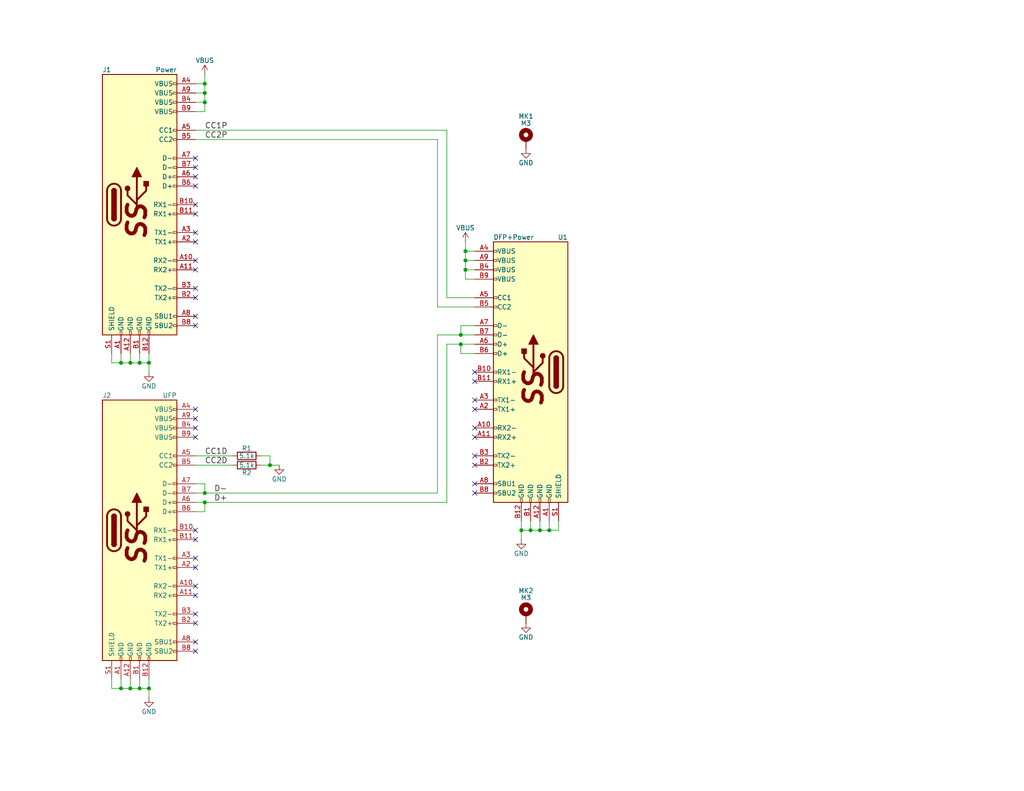
<source format=kicad_sch>
(kicad_sch (version 20250114) (generator "eeschema") (generator_version "9.0")
  (paper "USLetter")
  (title_block (title "PD Buddy Wye") (date "2025-05-31") (rev "v2.0"))
  (lib_symbols
    (symbol "GND_1" (power) (pin_names (offset 0))
      (property "Value" "GND" (at 0 -3.81 0))
      (symbol "GND_1_0_1"
        (polyline (pts (xy 0 0) (xy 0 -1.27) (xy 1.27 -1.27) (xy 0 -2.54) (xy -1.27 -1.27) (xy 0 -1.27)))
      )
      (symbol "GND_1_1_1"
        (pin power_in line (at 0 0 270) (length 0) (hide yes) (name "GND") (number "1"))
      )
    )
    (symbol "GND_10" (power) (pin_names (offset 0))
      (property "Value" "GND" (at 0 -3.81 0))
      (symbol "GND_10_0_1"
        (polyline (pts (xy 0 0) (xy 0 -1.27) (xy 1.27 -1.27) (xy 0 -2.54) (xy -1.27 -1.27) (xy 0 -1.27)))
      )
      (symbol "GND_10_1_1"
        (pin power_in line (at 0 0 270) (length 0) (hide yes) (name "GND") (number "1"))
      )
    )
    (symbol "GND_11" (power) (pin_names (offset 0))
      (property "Value" "GND" (at 0 -3.81 0))
      (symbol "GND_11_0_1"
        (polyline (pts (xy 0 0) (xy 0 -1.27) (xy 1.27 -1.27) (xy 0 -2.54) (xy -1.27 -1.27) (xy 0 -1.27)))
      )
      (symbol "GND_11_1_1"
        (pin power_in line (at 0 0 270) (length 0) (hide yes) (name "GND") (number "1"))
      )
    )
    (symbol "GND_12" (power) (pin_names (offset 0))
      (property "Value" "GND" (at 0 -3.81 0))
      (symbol "GND_12_0_1"
        (polyline (pts (xy 0 0) (xy 0 -1.27) (xy 1.27 -1.27) (xy 0 -2.54) (xy -1.27 -1.27) (xy 0 -1.27)))
      )
      (symbol "GND_12_1_1"
        (pin power_in line (at 0 0 270) (length 0) (hide yes) (name "GND") (number "1"))
      )
    )
    (symbol "GND_2" (power) (pin_names (offset 0))
      (property "Value" "GND" (at 0 -3.81 0))
      (symbol "GND_2_0_1"
        (polyline (pts (xy 0 0) (xy 0 -1.27) (xy 1.27 -1.27) (xy 0 -2.54) (xy -1.27 -1.27) (xy 0 -1.27)))
      )
      (symbol "GND_2_1_1"
        (pin power_in line (at 0 0 270) (length 0) (hide yes) (name "GND") (number "1"))
      )
    )
    (symbol "GND_3" (power) (pin_names (offset 0))
      (property "Value" "GND" (at 0 -3.81 0))
      (symbol "GND_3_0_1"
        (polyline (pts (xy 0 0) (xy 0 -1.27) (xy 1.27 -1.27) (xy 0 -2.54) (xy -1.27 -1.27) (xy 0 -1.27)))
      )
      (symbol "GND_3_1_1"
        (pin power_in line (at 0 0 270) (length 0) (hide yes) (name "GND") (number "1"))
      )
    )
    (symbol "GND_4" (power) (pin_names (offset 0))
      (property "Value" "GND" (at 0 -3.81 0))
      (symbol "GND_4_0_1"
        (polyline (pts (xy 0 0) (xy 0 -1.27) (xy 1.27 -1.27) (xy 0 -2.54) (xy -1.27 -1.27) (xy 0 -1.27)))
      )
      (symbol "GND_4_1_1"
        (pin power_in line (at 0 0 270) (length 0) (hide yes) (name "GND") (number "1"))
      )
    )
    (symbol "GND_5" (power) (pin_names (offset 0))
      (property "Value" "GND" (at 0 -3.81 0))
      (symbol "GND_5_0_1"
        (polyline (pts (xy 0 0) (xy 0 -1.27) (xy 1.27 -1.27) (xy 0 -2.54) (xy -1.27 -1.27) (xy 0 -1.27)))
      )
      (symbol "GND_5_1_1"
        (pin power_in line (at 0 0 270) (length 0) (hide yes) (name "GND") (number "1"))
      )
    )
    (symbol "GND_6" (power) (pin_names (offset 0))
      (property "Value" "GND" (at 0 -3.81 0))
      (symbol "GND_6_0_1"
        (polyline (pts (xy 0 0) (xy 0 -1.27) (xy 1.27 -1.27) (xy 0 -2.54) (xy -1.27 -1.27) (xy 0 -1.27)))
      )
      (symbol "GND_6_1_1"
        (pin power_in line (at 0 0 270) (length 0) (hide yes) (name "GND") (number "1"))
      )
    )
    (symbol "GND_7" (power) (pin_names (offset 0))
      (property "Value" "GND" (at 0 -3.81 0))
      (symbol "GND_7_0_1"
        (polyline (pts (xy 0 0) (xy 0 -1.27) (xy 1.27 -1.27) (xy 0 -2.54) (xy -1.27 -1.27) (xy 0 -1.27)))
      )
      (symbol "GND_7_1_1"
        (pin power_in line (at 0 0 270) (length 0) (hide yes) (name "GND") (number "1"))
      )
    )
    (symbol "GND_8" (power) (pin_names (offset 0))
      (property "Value" "GND" (at 0 -3.81 0))
      (symbol "GND_8_0_1"
        (polyline (pts (xy 0 0) (xy 0 -1.27) (xy 1.27 -1.27) (xy 0 -2.54) (xy -1.27 -1.27) (xy 0 -1.27)))
      )
      (symbol "GND_8_1_1"
        (pin power_in line (at 0 0 270) (length 0) (hide yes) (name "GND") (number "1"))
      )
    )
    (symbol "GND_9" (power) (pin_names (offset 0))
      (property "Value" "GND" (at 0 -3.81 0))
      (symbol "GND_9_0_1"
        (polyline (pts (xy 0 0) (xy 0 -1.27) (xy 1.27 -1.27) (xy 0 -2.54) (xy -1.27 -1.27) (xy 0 -1.27)))
      )
      (symbol "GND_9_1_1"
        (pin power_in line (at 0 0 270) (length 0) (hide yes) (name "GND") (number "1"))
      )
    )
    (symbol "Mounting_Hole_PAD_1" (pin_numbers (hide yes)) (pin_names (offset 1.016) (hide yes))
      (property "Reference" "MK" (at 0 6.35 0))
      (property "Value" "Mounting_Hole_PAD" (at 0 4.445 0))
      (symbol "Mounting_Hole_PAD_1_0_1"
        (circle (center 0 1.27) (radius 1.27) (stroke (width 1.27)))
      )
      (symbol "Mounting_Hole_PAD_1_1_1"
        (pin input line (at 0 -2.54 90) (length 2.54) (name "1") (number "1"))
      )
    )
    (symbol "Mounting_Hole_PAD_2" (pin_numbers (hide yes)) (pin_names (offset 1.016) (hide yes))
      (property "Reference" "MK" (at 0 6.35 0))
      (property "Value" "Mounting_Hole_PAD" (at 0 4.445 0))
      (symbol "Mounting_Hole_PAD_2_0_1"
        (circle (center 0 1.27) (radius 1.27) (stroke (width 1.27)))
      )
      (symbol "Mounting_Hole_PAD_2_1_1"
        (pin input line (at 0 -2.54 90) (length 2.54) (name "1") (number "1"))
      )
    )
    (symbol "Mounting_Hole_PAD_3" (pin_numbers (hide yes)) (pin_names (offset 1.016) (hide yes))
      (property "Reference" "MK" (at 0 6.35 0))
      (property "Value" "Mounting_Hole_PAD" (at 0 4.445 0))
      (symbol "Mounting_Hole_PAD_3_0_1"
        (circle (center 0 1.27) (radius 1.27) (stroke (width 1.27)))
      )
      (symbol "Mounting_Hole_PAD_3_1_1"
        (pin input line (at 0 -2.54 90) (length 2.54) (name "1") (number "1"))
      )
    )
    (symbol "Mounting_Hole_PAD_4" (pin_numbers (hide yes)) (pin_names (offset 1.016) (hide yes))
      (property "Reference" "MK" (at 0 6.35 0))
      (property "Value" "Mounting_Hole_PAD" (at 0 4.445 0))
      (symbol "Mounting_Hole_PAD_4_0_1"
        (circle (center 0 1.27) (radius 1.27) (stroke (width 1.27)))
      )
      (symbol "Mounting_Hole_PAD_4_1_1"
        (pin input line (at 0 -2.54 90) (length 2.54) (name "1") (number "1"))
      )
    )
    (symbol "R_1" (pin_numbers (hide yes)) (pin_names (offset 0))
      (property "Reference" "R" (at 2.032 0 90))
      (property "Value" "R" (at 0 0 90))
      (symbol "R_1_0_1"
        (rectangle (start -1.016 -2.54) (end 1.016 2.54) (stroke (width 0.254)))
      )
      (symbol "R_1_1_1"
        (pin passive line (at 0 3.81 270) (length 1.27) (name "~") (number "1"))
        (pin passive line (at 0 -3.81 90) (length 1.27) (name "~") (number "2"))
      )
    )
    (symbol "R_2" (pin_numbers (hide yes)) (pin_names (offset 0))
      (property "Reference" "R" (at 2.032 0 90))
      (property "Value" "R" (at 0 0 90))
      (symbol "R_2_0_1"
        (rectangle (start -1.016 -2.54) (end 1.016 2.54) (stroke (width 0.254)))
      )
      (symbol "R_2_1_1"
        (pin passive line (at 0 3.81 270) (length 1.27) (name "~") (number "1"))
        (pin passive line (at 0 -3.81 90) (length 1.27) (name "~") (number "2"))
      )
    )
    (symbol "R_3" (pin_numbers (hide yes)) (pin_names (offset 0))
      (property "Reference" "R" (at 2.032 0 90))
      (property "Value" "R" (at 0 0 90))
      (symbol "R_3_0_1"
        (rectangle (start -1.016 -2.54) (end 1.016 2.54) (stroke (width 0.254)))
      )
      (symbol "R_3_1_1"
        (pin passive line (at 0 3.81 270) (length 1.27) (name "~") (number "1"))
        (pin passive line (at 0 -3.81 90) (length 1.27) (name "~") (number "2"))
      )
    )
    (symbol "R_4" (pin_numbers (hide yes)) (pin_names (offset 0))
      (property "Reference" "R" (at 2.032 0 90))
      (property "Value" "R" (at 0 0 90))
      (symbol "R_4_0_1"
        (rectangle (start -1.016 -2.54) (end 1.016 2.54) (stroke (width 0.254)))
      )
      (symbol "R_4_1_1"
        (pin passive line (at 0 3.81 270) (length 1.27) (name "~") (number "1"))
        (pin passive line (at 0 -3.81 90) (length 1.27) (name "~") (number "2"))
      )
    )
    (symbol "USB_C_Plug_1" (pin_names (offset 1.016))
      (property "Reference" "P" (at -10.16 36.83 0))
      (property "Value" "USB_C_Plug" (at 10.16 36.83 0))
      (symbol "USB_C_Plug_1_0_0"
        (rectangle (start -5.334 -35.56) (end -4.826 -34.544))
        (rectangle (start -2.794 -35.56) (end -2.286 -34.544))
        (rectangle (start -0.254 -35.56) (end 0.254 -34.544))
        (rectangle (start 2.286 -35.56) (end 2.794 -34.544))
        (rectangle (start 10.16 33.274) (end 9.144 32.766))
        (rectangle (start 10.16 30.734) (end 9.144 30.226))
        (rectangle (start 10.16 28.194) (end 9.144 27.686))
        (rectangle (start 10.16 25.654) (end 9.144 25.146))
        (rectangle (start 10.16 20.574) (end 9.144 20.066))
        (rectangle (start 10.16 18.034) (end 9.144 17.526))
        (rectangle (start 10.16 12.954) (end 9.144 12.446))
        (rectangle (start 10.16 7.874) (end 9.144 7.366))
        (rectangle (start 10.16 0.254) (end 9.144 -0.254))
        (rectangle (start 10.16 -2.286) (end 9.144 -2.794))
        (rectangle (start 10.16 -7.366) (end 9.144 -7.874))
        (rectangle (start 10.16 -9.906) (end 9.144 -10.414))
        (rectangle (start 10.16 -14.986) (end 9.144 -15.494))
        (rectangle (start 10.16 -17.526) (end 9.144 -18.034))
        (rectangle (start 10.16 -22.606) (end 9.144 -23.114))
        (rectangle (start 10.16 -25.146) (end 9.144 -25.654))
        (rectangle (start 10.16 -30.226) (end 9.144 -30.734))
        (rectangle (start 10.16 -32.766) (end 9.144 -33.274))
        (text "SS" (at -0.762 -4.445 900) (effects (font (size 5.08 5.08) (bold yes) (italic yes))))
      )
      (symbol "USB_C_Plug_1_0_1"
        (rectangle (start -10.16 35.56) (end 10.16 -35.56) (stroke (width 0.254)) (fill (type background)))
        (polyline (pts (xy -8.89 -3.81) (xy -8.89 3.81)) (stroke (width 0.508)))
        (rectangle (start -7.62 -3.81) (end -6.35 3.81) (stroke (width 0.254)) (fill (type outline)))
        (arc (start -8.89 3.81) (mid -6.985 5.715) (end -5.08 3.81) (stroke (width 0.508)))
        (arc (start -7.62 3.81) (mid -6.985 4.445) (end -6.35 3.81) (stroke (width 0.254)))
        (arc (start -7.62 3.81) (mid -6.985 4.445) (end -6.35 3.81) (stroke (width 0.254)) (fill (type outline)))
        (arc (start -6.35 -3.81) (mid -6.985 -4.445) (end -7.62 -3.81) (stroke (width 0.254)))
        (arc (start -6.35 -3.81) (mid -6.985 -4.445) (end -7.62 -3.81) (stroke (width 0.254)) (fill (type outline)))
        (arc (start -5.08 -3.81) (mid -6.985 -5.715) (end -8.89 -3.81) (stroke (width 0.508)))
        (polyline (pts (xy -5.08 3.81) (xy -5.08 -3.81)) (stroke (width 0.508)))
        (circle (center -3.302 4.445) (radius 0.635) (stroke (width 0.254)) (fill (type outline)))
        (polyline (pts (xy -2.032 7.62) (xy -0.762 10.16) (xy 0.508 7.62) (xy -2.032 7.62)) (stroke (width 0.254)) (fill (type outline)))
        (polyline (pts (xy -0.762 1.27) (xy 1.778 3.81) (xy 1.778 5.08)) (stroke (width 0.508)))
        (polyline (pts (xy -0.762 0) (xy -3.302 2.54) (xy -3.302 3.81)) (stroke (width 0.508)))
        (polyline (pts (xy -0.762 -1.27) (xy -0.762 7.62)) (stroke (width 0.508)))
        (rectangle (start 1.143 5.08) (end 2.413 6.35) (stroke (width 0.254)) (fill (type outline)))
      )
      (symbol "USB_C_Plug_1_1_1"
        (pin passive line (at -7.62 -40.64 90) (length 5.08) (name "SHIELD") (number "S1"))
        (pin power_in line (at -5.08 -40.64 90) (length 5.08) (name "GND") (number "A1"))
        (pin power_in line (at -2.54 -40.64 90) (length 5.08) (name "GND") (number "A12"))
        (pin power_in line (at 0 -40.64 90) (length 5.08) (name "GND") (number "B1"))
        (pin power_in line (at 2.54 -40.64 90) (length 5.08) (name "GND") (number "B12"))
        (pin power_in line (at 15.24 33.02 180) (length 5.08) (name "VBUS") (number "A4"))
        (pin power_in line (at 15.24 30.48 180) (length 5.08) (name "VBUS") (number "A9"))
        (pin power_in line (at 15.24 27.94 180) (length 5.08) (name "VBUS") (number "B4"))
        (pin power_in line (at 15.24 25.4 180) (length 5.08) (name "VBUS") (number "B9"))
        (pin bidirectional line (at 15.24 20.32 180) (length 5.08) (name "CC") (number "A5"))
        (pin bidirectional line (at 15.24 17.78 180) (length 5.08) (name "VCONN") (number "B5"))
        (pin bidirectional line (at 15.24 12.7 180) (length 5.08) (name "D-") (number "A7"))
        (pin bidirectional line (at 15.24 7.62 180) (length 5.08) (name "D+") (number "A6"))
        (pin bidirectional line (at 15.24 0 180) (length 5.08) (name "RX1-") (number "B10"))
        (pin bidirectional line (at 15.24 -2.54 180) (length 5.08) (name "RX1+") (number "B11"))
        (pin bidirectional line (at 15.24 -7.62 180) (length 5.08) (name "TX1-") (number "A3"))
        (pin bidirectional line (at 15.24 -10.16 180) (length 5.08) (name "TX1+") (number "A2"))
        (pin bidirectional line (at 15.24 -15.24 180) (length 5.08) (name "RX2-") (number "A10"))
        (pin bidirectional line (at 15.24 -17.78 180) (length 5.08) (name "RX2+") (number "A11"))
        (pin bidirectional line (at 15.24 -22.86 180) (length 5.08) (name "TX2-") (number "B3"))
        (pin bidirectional line (at 15.24 -25.4 180) (length 5.08) (name "TX2+") (number "B2"))
        (pin bidirectional line (at 15.24 -30.48 180) (length 5.08) (name "SBU1") (number "A8"))
        (pin bidirectional line (at 15.24 -33.02 180) (length 5.08) (name "SBU2") (number "B8"))
      )
    )
    (symbol "USB_C_Receptacle_1" (pin_names (offset 1.016))
      (property "Reference" "J" (at -10.16 36.83 0))
      (property "Value" "USB_C_Receptacle" (at 10.16 36.83 0))
      (symbol "USB_C_Receptacle_1_0_0"
        (rectangle (start -5.334 -35.56) (end -4.826 -34.544))
        (rectangle (start -2.794 -35.56) (end -2.286 -34.544))
        (rectangle (start -0.254 -35.56) (end 0.254 -34.544))
        (rectangle (start 2.286 -35.56) (end 2.794 -34.544))
        (rectangle (start 10.16 33.274) (end 9.144 32.766))
        (rectangle (start 10.16 30.734) (end 9.144 30.226))
        (rectangle (start 10.16 28.194) (end 9.144 27.686))
        (rectangle (start 10.16 25.654) (end 9.144 25.146))
        (rectangle (start 10.16 20.574) (end 9.144 20.066))
        (rectangle (start 10.16 18.034) (end 9.144 17.526))
        (rectangle (start 10.16 12.954) (end 9.144 12.446))
        (rectangle (start 10.16 10.414) (end 9.144 9.906))
        (rectangle (start 10.16 7.874) (end 9.144 7.366))
        (rectangle (start 10.16 5.334) (end 9.144 4.826))
        (rectangle (start 10.16 0.254) (end 9.144 -0.254))
        (rectangle (start 10.16 -2.286) (end 9.144 -2.794))
        (rectangle (start 10.16 -7.366) (end 9.144 -7.874))
        (rectangle (start 10.16 -9.906) (end 9.144 -10.414))
        (rectangle (start 10.16 -14.986) (end 9.144 -15.494))
        (rectangle (start 10.16 -17.526) (end 9.144 -18.034))
        (rectangle (start 10.16 -22.606) (end 9.144 -23.114))
        (rectangle (start 10.16 -25.146) (end 9.144 -25.654))
        (rectangle (start 10.16 -30.226) (end 9.144 -30.734))
        (rectangle (start 10.16 -32.766) (end 9.144 -33.274))
        (text "SS" (at -0.762 -4.445 900) (effects (font (size 5.08 5.08) (bold yes) (italic yes))))
      )
      (symbol "USB_C_Receptacle_1_0_1"
        (rectangle (start -10.16 35.56) (end 10.16 -35.56) (stroke (width 0.254)) (fill (type background)))
        (polyline (pts (xy -8.89 -3.81) (xy -8.89 3.81)) (stroke (width 0.508)))
        (rectangle (start -7.62 -3.81) (end -6.35 3.81) (stroke (width 0.254)) (fill (type outline)))
        (arc (start -8.89 3.81) (mid -6.985 5.715) (end -5.08 3.81) (stroke (width 0.508)))
        (arc (start -7.62 3.81) (mid -6.985 4.445) (end -6.35 3.81) (stroke (width 0.254)))
        (arc (start -7.62 3.81) (mid -6.985 4.445) (end -6.35 3.81) (stroke (width 0.254)) (fill (type outline)))
        (arc (start -6.35 -3.81) (mid -6.985 -4.445) (end -7.62 -3.81) (stroke (width 0.254)))
        (arc (start -6.35 -3.81) (mid -6.985 -4.445) (end -7.62 -3.81) (stroke (width 0.254)) (fill (type outline)))
        (arc (start -5.08 -3.81) (mid -6.985 -5.715) (end -8.89 -3.81) (stroke (width 0.508)))
        (polyline (pts (xy -5.08 3.81) (xy -5.08 -3.81)) (stroke (width 0.508)))
        (circle (center -3.302 4.445) (radius 0.635) (stroke (width 0.254)) (fill (type outline)))
        (polyline (pts (xy -2.032 7.62) (xy -0.762 10.16) (xy 0.508 7.62) (xy -2.032 7.62)) (stroke (width 0.254)) (fill (type outline)))
        (polyline (pts (xy -0.762 1.27) (xy 1.778 3.81) (xy 1.778 5.08)) (stroke (width 0.508)))
        (polyline (pts (xy -0.762 0) (xy -3.302 2.54) (xy -3.302 3.81)) (stroke (width 0.508)))
        (polyline (pts (xy -0.762 -1.27) (xy -0.762 7.62)) (stroke (width 0.508)))
        (rectangle (start 1.143 5.08) (end 2.413 6.35) (stroke (width 0.254)) (fill (type outline)))
      )
      (symbol "USB_C_Receptacle_1_1_1"
        (pin passive line (at -7.62 -40.64 90) (length 5.08) (name "SHIELD") (number "S1"))
        (pin power_in line (at -5.08 -40.64 90) (length 5.08) (name "GND") (number "A1"))
        (pin power_in line (at -2.54 -40.64 90) (length 5.08) (name "GND") (number "A12"))
        (pin power_in line (at 0 -40.64 90) (length 5.08) (name "GND") (number "B1"))
        (pin power_in line (at 2.54 -40.64 90) (length 5.08) (name "GND") (number "B12"))
        (pin power_in line (at 15.24 33.02 180) (length 5.08) (name "VBUS") (number "A4"))
        (pin power_in line (at 15.24 30.48 180) (length 5.08) (name "VBUS") (number "A9"))
        (pin power_in line (at 15.24 27.94 180) (length 5.08) (name "VBUS") (number "B4"))
        (pin power_in line (at 15.24 25.4 180) (length 5.08) (name "VBUS") (number "B9"))
        (pin bidirectional line (at 15.24 20.32 180) (length 5.08) (name "CC1") (number "A5"))
        (pin bidirectional line (at 15.24 17.78 180) (length 5.08) (name "CC2") (number "B5"))
        (pin bidirectional line (at 15.24 12.7 180) (length 5.08) (name "D-") (number "A7"))
        (pin bidirectional line (at 15.24 10.16 180) (length 5.08) (name "D-") (number "B7"))
        (pin bidirectional line (at 15.24 7.62 180) (length 5.08) (name "D+") (number "A6"))
        (pin bidirectional line (at 15.24 5.08 180) (length 5.08) (name "D+") (number "B6"))
        (pin bidirectional line (at 15.24 0 180) (length 5.08) (name "RX1-") (number "B10"))
        (pin bidirectional line (at 15.24 -2.54 180) (length 5.08) (name "RX1+") (number "B11"))
        (pin bidirectional line (at 15.24 -7.62 180) (length 5.08) (name "TX1-") (number "A3"))
        (pin bidirectional line (at 15.24 -10.16 180) (length 5.08) (name "TX1+") (number "A2"))
        (pin bidirectional line (at 15.24 -15.24 180) (length 5.08) (name "RX2-") (number "A10"))
        (pin bidirectional line (at 15.24 -17.78 180) (length 5.08) (name "RX2+") (number "A11"))
        (pin bidirectional line (at 15.24 -22.86 180) (length 5.08) (name "TX2-") (number "B3"))
        (pin bidirectional line (at 15.24 -25.4 180) (length 5.08) (name "TX2+") (number "B2"))
        (pin bidirectional line (at 15.24 -30.48 180) (length 5.08) (name "SBU1") (number "A8"))
        (pin bidirectional line (at 15.24 -33.02 180) (length 5.08) (name "SBU2") (number "B8"))
      )
    )
    (symbol "USB_C_Receptacle_2" (pin_names (offset 1.016))
      (property "Reference" "J" (at -10.16 36.83 0))
      (property "Value" "USB_C_Receptacle" (at 10.16 36.83 0))
      (symbol "USB_C_Receptacle_2_0_0"
        (rectangle (start -5.334 -35.56) (end -4.826 -34.544))
        (rectangle (start -2.794 -35.56) (end -2.286 -34.544))
        (rectangle (start -0.254 -35.56) (end 0.254 -34.544))
        (rectangle (start 2.286 -35.56) (end 2.794 -34.544))
        (rectangle (start 10.16 33.274) (end 9.144 32.766))
        (rectangle (start 10.16 30.734) (end 9.144 30.226))
        (rectangle (start 10.16 28.194) (end 9.144 27.686))
        (rectangle (start 10.16 25.654) (end 9.144 25.146))
        (rectangle (start 10.16 20.574) (end 9.144 20.066))
        (rectangle (start 10.16 18.034) (end 9.144 17.526))
        (rectangle (start 10.16 12.954) (end 9.144 12.446))
        (rectangle (start 10.16 10.414) (end 9.144 9.906))
        (rectangle (start 10.16 7.874) (end 9.144 7.366))
        (rectangle (start 10.16 5.334) (end 9.144 4.826))
        (rectangle (start 10.16 0.254) (end 9.144 -0.254))
        (rectangle (start 10.16 -2.286) (end 9.144 -2.794))
        (rectangle (start 10.16 -7.366) (end 9.144 -7.874))
        (rectangle (start 10.16 -9.906) (end 9.144 -10.414))
        (rectangle (start 10.16 -14.986) (end 9.144 -15.494))
        (rectangle (start 10.16 -17.526) (end 9.144 -18.034))
        (rectangle (start 10.16 -22.606) (end 9.144 -23.114))
        (rectangle (start 10.16 -25.146) (end 9.144 -25.654))
        (rectangle (start 10.16 -30.226) (end 9.144 -30.734))
        (rectangle (start 10.16 -32.766) (end 9.144 -33.274))
        (text "SS" (at -0.762 -4.445 900) (effects (font (size 5.08 5.08) (bold yes) (italic yes))))
      )
      (symbol "USB_C_Receptacle_2_0_1"
        (rectangle (start -10.16 35.56) (end 10.16 -35.56) (stroke (width 0.254)) (fill (type background)))
        (polyline (pts (xy -8.89 -3.81) (xy -8.89 3.81)) (stroke (width 0.508)))
        (rectangle (start -7.62 -3.81) (end -6.35 3.81) (stroke (width 0.254)) (fill (type outline)))
        (arc (start -8.89 3.81) (mid -6.985 5.715) (end -5.08 3.81) (stroke (width 0.508)))
        (arc (start -7.62 3.81) (mid -6.985 4.445) (end -6.35 3.81) (stroke (width 0.254)))
        (arc (start -7.62 3.81) (mid -6.985 4.445) (end -6.35 3.81) (stroke (width 0.254)) (fill (type outline)))
        (arc (start -6.35 -3.81) (mid -6.985 -4.445) (end -7.62 -3.81) (stroke (width 0.254)))
        (arc (start -6.35 -3.81) (mid -6.985 -4.445) (end -7.62 -3.81) (stroke (width 0.254)) (fill (type outline)))
        (arc (start -5.08 -3.81) (mid -6.985 -5.715) (end -8.89 -3.81) (stroke (width 0.508)))
        (polyline (pts (xy -5.08 3.81) (xy -5.08 -3.81)) (stroke (width 0.508)))
        (circle (center -3.302 4.445) (radius 0.635) (stroke (width 0.254)) (fill (type outline)))
        (polyline (pts (xy -2.032 7.62) (xy -0.762 10.16) (xy 0.508 7.62) (xy -2.032 7.62)) (stroke (width 0.254)) (fill (type outline)))
        (polyline (pts (xy -0.762 1.27) (xy 1.778 3.81) (xy 1.778 5.08)) (stroke (width 0.508)))
        (polyline (pts (xy -0.762 0) (xy -3.302 2.54) (xy -3.302 3.81)) (stroke (width 0.508)))
        (polyline (pts (xy -0.762 -1.27) (xy -0.762 7.62)) (stroke (width 0.508)))
        (rectangle (start 1.143 5.08) (end 2.413 6.35) (stroke (width 0.254)) (fill (type outline)))
      )
      (symbol "USB_C_Receptacle_2_1_1"
        (pin passive line (at -7.62 -40.64 90) (length 5.08) (name "SHIELD") (number "S1"))
        (pin power_in line (at -5.08 -40.64 90) (length 5.08) (name "GND") (number "A1"))
        (pin power_in line (at -2.54 -40.64 90) (length 5.08) (name "GND") (number "A12"))
        (pin power_in line (at 0 -40.64 90) (length 5.08) (name "GND") (number "B1"))
        (pin power_in line (at 2.54 -40.64 90) (length 5.08) (name "GND") (number "B12"))
        (pin power_in line (at 15.24 33.02 180) (length 5.08) (name "VBUS") (number "A4"))
        (pin power_in line (at 15.24 30.48 180) (length 5.08) (name "VBUS") (number "A9"))
        (pin power_in line (at 15.24 27.94 180) (length 5.08) (name "VBUS") (number "B4"))
        (pin power_in line (at 15.24 25.4 180) (length 5.08) (name "VBUS") (number "B9"))
        (pin bidirectional line (at 15.24 20.32 180) (length 5.08) (name "CC1") (number "A5"))
        (pin bidirectional line (at 15.24 17.78 180) (length 5.08) (name "CC2") (number "B5"))
        (pin bidirectional line (at 15.24 12.7 180) (length 5.08) (name "D-") (number "A7"))
        (pin bidirectional line (at 15.24 10.16 180) (length 5.08) (name "D-") (number "B7"))
        (pin bidirectional line (at 15.24 7.62 180) (length 5.08) (name "D+") (number "A6"))
        (pin bidirectional line (at 15.24 5.08 180) (length 5.08) (name "D+") (number "B6"))
        (pin bidirectional line (at 15.24 0 180) (length 5.08) (name "RX1-") (number "B10"))
        (pin bidirectional line (at 15.24 -2.54 180) (length 5.08) (name "RX1+") (number "B11"))
        (pin bidirectional line (at 15.24 -7.62 180) (length 5.08) (name "TX1-") (number "A3"))
        (pin bidirectional line (at 15.24 -10.16 180) (length 5.08) (name "TX1+") (number "A2"))
        (pin bidirectional line (at 15.24 -15.24 180) (length 5.08) (name "RX2-") (number "A10"))
        (pin bidirectional line (at 15.24 -17.78 180) (length 5.08) (name "RX2+") (number "A11"))
        (pin bidirectional line (at 15.24 -22.86 180) (length 5.08) (name "TX2-") (number "B3"))
        (pin bidirectional line (at 15.24 -25.4 180) (length 5.08) (name "TX2+") (number "B2"))
        (pin bidirectional line (at 15.24 -30.48 180) (length 5.08) (name "SBU1") (number "A8"))
        (pin bidirectional line (at 15.24 -33.02 180) (length 5.08) (name "SBU2") (number "B8"))
      )
    )
    (symbol "USB_C_Receptacle_3" (pin_names (offset 1.016))
      (property "Reference" "J" (at -10.16 36.83 0))
      (property "Value" "USB_C_Receptacle" (at 10.16 36.83 0))
      (symbol "USB_C_Receptacle_3_0_0"
        (rectangle (start -5.334 -35.56) (end -4.826 -34.544))
        (rectangle (start -2.794 -35.56) (end -2.286 -34.544))
        (rectangle (start -0.254 -35.56) (end 0.254 -34.544))
        (rectangle (start 2.286 -35.56) (end 2.794 -34.544))
        (rectangle (start 10.16 33.274) (end 9.144 32.766))
        (rectangle (start 10.16 30.734) (end 9.144 30.226))
        (rectangle (start 10.16 28.194) (end 9.144 27.686))
        (rectangle (start 10.16 25.654) (end 9.144 25.146))
        (rectangle (start 10.16 20.574) (end 9.144 20.066))
        (rectangle (start 10.16 18.034) (end 9.144 17.526))
        (rectangle (start 10.16 12.954) (end 9.144 12.446))
        (rectangle (start 10.16 10.414) (end 9.144 9.906))
        (rectangle (start 10.16 7.874) (end 9.144 7.366))
        (rectangle (start 10.16 5.334) (end 9.144 4.826))
        (rectangle (start 10.16 0.254) (end 9.144 -0.254))
        (rectangle (start 10.16 -2.286) (end 9.144 -2.794))
        (rectangle (start 10.16 -7.366) (end 9.144 -7.874))
        (rectangle (start 10.16 -9.906) (end 9.144 -10.414))
        (rectangle (start 10.16 -14.986) (end 9.144 -15.494))
        (rectangle (start 10.16 -17.526) (end 9.144 -18.034))
        (rectangle (start 10.16 -22.606) (end 9.144 -23.114))
        (rectangle (start 10.16 -25.146) (end 9.144 -25.654))
        (rectangle (start 10.16 -30.226) (end 9.144 -30.734))
        (rectangle (start 10.16 -32.766) (end 9.144 -33.274))
        (text "SS" (at -0.762 -4.445 900) (effects (font (size 5.08 5.08) (bold yes) (italic yes))))
      )
      (symbol "USB_C_Receptacle_3_0_1"
        (rectangle (start -10.16 35.56) (end 10.16 -35.56) (stroke (width 0.254)) (fill (type background)))
        (polyline (pts (xy -8.89 -3.81) (xy -8.89 3.81)) (stroke (width 0.508)))
        (rectangle (start -7.62 -3.81) (end -6.35 3.81) (stroke (width 0.254)) (fill (type outline)))
        (arc (start -8.89 3.81) (mid -6.985 5.715) (end -5.08 3.81) (stroke (width 0.508)))
        (arc (start -7.62 3.81) (mid -6.985 4.445) (end -6.35 3.81) (stroke (width 0.254)))
        (arc (start -7.62 3.81) (mid -6.985 4.445) (end -6.35 3.81) (stroke (width 0.254)) (fill (type outline)))
        (arc (start -6.35 -3.81) (mid -6.985 -4.445) (end -7.62 -3.81) (stroke (width 0.254)))
        (arc (start -6.35 -3.81) (mid -6.985 -4.445) (end -7.62 -3.81) (stroke (width 0.254)) (fill (type outline)))
        (arc (start -5.08 -3.81) (mid -6.985 -5.715) (end -8.89 -3.81) (stroke (width 0.508)))
        (polyline (pts (xy -5.08 3.81) (xy -5.08 -3.81)) (stroke (width 0.508)))
        (circle (center -3.302 4.445) (radius 0.635) (stroke (width 0.254)) (fill (type outline)))
        (polyline (pts (xy -2.032 7.62) (xy -0.762 10.16) (xy 0.508 7.62) (xy -2.032 7.62)) (stroke (width 0.254)) (fill (type outline)))
        (polyline (pts (xy -0.762 1.27) (xy 1.778 3.81) (xy 1.778 5.08)) (stroke (width 0.508)))
        (polyline (pts (xy -0.762 0) (xy -3.302 2.54) (xy -3.302 3.81)) (stroke (width 0.508)))
        (polyline (pts (xy -0.762 -1.27) (xy -0.762 7.62)) (stroke (width 0.508)))
        (rectangle (start 1.143 5.08) (end 2.413 6.35) (stroke (width 0.254)) (fill (type outline)))
      )
      (symbol "USB_C_Receptacle_3_1_1"
        (pin passive line (at -7.62 -40.64 90) (length 5.08) (name "SHIELD") (number "S1"))
        (pin power_in line (at -5.08 -40.64 90) (length 5.08) (name "GND") (number "A1"))
        (pin power_in line (at -2.54 -40.64 90) (length 5.08) (name "GND") (number "A12"))
        (pin power_in line (at 0 -40.64 90) (length 5.08) (name "GND") (number "B1"))
        (pin power_in line (at 2.54 -40.64 90) (length 5.08) (name "GND") (number "B12"))
        (pin power_in line (at 15.24 33.02 180) (length 5.08) (name "VBUS") (number "A4"))
        (pin power_in line (at 15.24 30.48 180) (length 5.08) (name "VBUS") (number "A9"))
        (pin power_in line (at 15.24 27.94 180) (length 5.08) (name "VBUS") (number "B4"))
        (pin power_in line (at 15.24 25.4 180) (length 5.08) (name "VBUS") (number "B9"))
        (pin bidirectional line (at 15.24 20.32 180) (length 5.08) (name "CC1") (number "A5"))
        (pin bidirectional line (at 15.24 17.78 180) (length 5.08) (name "CC2") (number "B5"))
        (pin bidirectional line (at 15.24 12.7 180) (length 5.08) (name "D-") (number "A7"))
        (pin bidirectional line (at 15.24 10.16 180) (length 5.08) (name "D-") (number "B7"))
        (pin bidirectional line (at 15.24 7.62 180) (length 5.08) (name "D+") (number "A6"))
        (pin bidirectional line (at 15.24 5.08 180) (length 5.08) (name "D+") (number "B6"))
        (pin bidirectional line (at 15.24 0 180) (length 5.08) (name "RX1-") (number "B10"))
        (pin bidirectional line (at 15.24 -2.54 180) (length 5.08) (name "RX1+") (number "B11"))
        (pin bidirectional line (at 15.24 -7.62 180) (length 5.08) (name "TX1-") (number "A3"))
        (pin bidirectional line (at 15.24 -10.16 180) (length 5.08) (name "TX1+") (number "A2"))
        (pin bidirectional line (at 15.24 -15.24 180) (length 5.08) (name "RX2-") (number "A10"))
        (pin bidirectional line (at 15.24 -17.78 180) (length 5.08) (name "RX2+") (number "A11"))
        (pin bidirectional line (at 15.24 -22.86 180) (length 5.08) (name "TX2-") (number "B3"))
        (pin bidirectional line (at 15.24 -25.4 180) (length 5.08) (name "TX2+") (number "B2"))
        (pin bidirectional line (at 15.24 -30.48 180) (length 5.08) (name "SBU1") (number "A8"))
        (pin bidirectional line (at 15.24 -33.02 180) (length 5.08) (name "SBU2") (number "B8"))
      )
    )
    (symbol "USB_C_Receptacle_4" (pin_names (offset 1.016))
      (property "Reference" "J" (at -10.16 36.83 0))
      (property "Value" "USB_C_Receptacle" (at 10.16 36.83 0))
      (symbol "USB_C_Receptacle_4_0_0"
        (rectangle (start -5.334 -35.56) (end -4.826 -34.544))
        (rectangle (start -2.794 -35.56) (end -2.286 -34.544))
        (rectangle (start -0.254 -35.56) (end 0.254 -34.544))
        (rectangle (start 2.286 -35.56) (end 2.794 -34.544))
        (rectangle (start 10.16 33.274) (end 9.144 32.766))
        (rectangle (start 10.16 30.734) (end 9.144 30.226))
        (rectangle (start 10.16 28.194) (end 9.144 27.686))
        (rectangle (start 10.16 25.654) (end 9.144 25.146))
        (rectangle (start 10.16 20.574) (end 9.144 20.066))
        (rectangle (start 10.16 18.034) (end 9.144 17.526))
        (rectangle (start 10.16 12.954) (end 9.144 12.446))
        (rectangle (start 10.16 10.414) (end 9.144 9.906))
        (rectangle (start 10.16 7.874) (end 9.144 7.366))
        (rectangle (start 10.16 5.334) (end 9.144 4.826))
        (rectangle (start 10.16 0.254) (end 9.144 -0.254))
        (rectangle (start 10.16 -2.286) (end 9.144 -2.794))
        (rectangle (start 10.16 -7.366) (end 9.144 -7.874))
        (rectangle (start 10.16 -9.906) (end 9.144 -10.414))
        (rectangle (start 10.16 -14.986) (end 9.144 -15.494))
        (rectangle (start 10.16 -17.526) (end 9.144 -18.034))
        (rectangle (start 10.16 -22.606) (end 9.144 -23.114))
        (rectangle (start 10.16 -25.146) (end 9.144 -25.654))
        (rectangle (start 10.16 -30.226) (end 9.144 -30.734))
        (rectangle (start 10.16 -32.766) (end 9.144 -33.274))
        (text "SS" (at -0.762 -4.445 900) (effects (font (size 5.08 5.08) (bold yes) (italic yes))))
      )
      (symbol "USB_C_Receptacle_4_0_1"
        (rectangle (start -10.16 35.56) (end 10.16 -35.56) (stroke (width 0.254)) (fill (type background)))
        (polyline (pts (xy -8.89 -3.81) (xy -8.89 3.81)) (stroke (width 0.508)))
        (rectangle (start -7.62 -3.81) (end -6.35 3.81) (stroke (width 0.254)) (fill (type outline)))
        (arc (start -8.89 3.81) (mid -6.985 5.715) (end -5.08 3.81) (stroke (width 0.508)))
        (arc (start -7.62 3.81) (mid -6.985 4.445) (end -6.35 3.81) (stroke (width 0.254)))
        (arc (start -7.62 3.81) (mid -6.985 4.445) (end -6.35 3.81) (stroke (width 0.254)) (fill (type outline)))
        (arc (start -6.35 -3.81) (mid -6.985 -4.445) (end -7.62 -3.81) (stroke (width 0.254)))
        (arc (start -6.35 -3.81) (mid -6.985 -4.445) (end -7.62 -3.81) (stroke (width 0.254)) (fill (type outline)))
        (arc (start -5.08 -3.81) (mid -6.985 -5.715) (end -8.89 -3.81) (stroke (width 0.508)))
        (polyline (pts (xy -5.08 3.81) (xy -5.08 -3.81)) (stroke (width 0.508)))
        (circle (center -3.302 4.445) (radius 0.635) (stroke (width 0.254)) (fill (type outline)))
        (polyline (pts (xy -2.032 7.62) (xy -0.762 10.16) (xy 0.508 7.62) (xy -2.032 7.62)) (stroke (width 0.254)) (fill (type outline)))
        (polyline (pts (xy -0.762 1.27) (xy 1.778 3.81) (xy 1.778 5.08)) (stroke (width 0.508)))
        (polyline (pts (xy -0.762 0) (xy -3.302 2.54) (xy -3.302 3.81)) (stroke (width 0.508)))
        (polyline (pts (xy -0.762 -1.27) (xy -0.762 7.62)) (stroke (width 0.508)))
        (rectangle (start 1.143 5.08) (end 2.413 6.35) (stroke (width 0.254)) (fill (type outline)))
      )
      (symbol "USB_C_Receptacle_4_1_1"
        (pin passive line (at -7.62 -40.64 90) (length 5.08) (name "SHIELD") (number "S1"))
        (pin power_in line (at -5.08 -40.64 90) (length 5.08) (name "GND") (number "A1"))
        (pin power_in line (at -2.54 -40.64 90) (length 5.08) (name "GND") (number "A12"))
        (pin power_in line (at 0 -40.64 90) (length 5.08) (name "GND") (number "B1"))
        (pin power_in line (at 2.54 -40.64 90) (length 5.08) (name "GND") (number "B12"))
        (pin power_in line (at 15.24 33.02 180) (length 5.08) (name "VBUS") (number "A4"))
        (pin power_in line (at 15.24 30.48 180) (length 5.08) (name "VBUS") (number "A9"))
        (pin power_in line (at 15.24 27.94 180) (length 5.08) (name "VBUS") (number "B4"))
        (pin power_in line (at 15.24 25.4 180) (length 5.08) (name "VBUS") (number "B9"))
        (pin bidirectional line (at 15.24 20.32 180) (length 5.08) (name "CC1") (number "A5"))
        (pin bidirectional line (at 15.24 17.78 180) (length 5.08) (name "CC2") (number "B5"))
        (pin bidirectional line (at 15.24 12.7 180) (length 5.08) (name "D-") (number "A7"))
        (pin bidirectional line (at 15.24 10.16 180) (length 5.08) (name "D-") (number "B7"))
        (pin bidirectional line (at 15.24 7.62 180) (length 5.08) (name "D+") (number "A6"))
        (pin bidirectional line (at 15.24 5.08 180) (length 5.08) (name "D+") (number "B6"))
        (pin bidirectional line (at 15.24 0 180) (length 5.08) (name "RX1-") (number "B10"))
        (pin bidirectional line (at 15.24 -2.54 180) (length 5.08) (name "RX1+") (number "B11"))
        (pin bidirectional line (at 15.24 -7.62 180) (length 5.08) (name "TX1-") (number "A3"))
        (pin bidirectional line (at 15.24 -10.16 180) (length 5.08) (name "TX1+") (number "A2"))
        (pin bidirectional line (at 15.24 -15.24 180) (length 5.08) (name "RX2-") (number "A10"))
        (pin bidirectional line (at 15.24 -17.78 180) (length 5.08) (name "RX2+") (number "A11"))
        (pin bidirectional line (at 15.24 -22.86 180) (length 5.08) (name "TX2-") (number "B3"))
        (pin bidirectional line (at 15.24 -25.4 180) (length 5.08) (name "TX2+") (number "B2"))
        (pin bidirectional line (at 15.24 -30.48 180) (length 5.08) (name "SBU1") (number "A8"))
        (pin bidirectional line (at 15.24 -33.02 180) (length 5.08) (name "SBU2") (number "B8"))
      )
    )
    (symbol "VBUS_1" (power) (pin_names (offset 0))
      (property "Value" "VBUS" (at 0 3.81 0))
      (symbol "VBUS_1_0_1"
        (polyline (pts (xy -0.762 1.27) (xy 0 2.54)))
        (polyline (pts (xy 0 2.54) (xy 0.762 1.27)))
        (polyline (pts (xy 0 0) (xy 0 2.54)))
      )
      (symbol "VBUS_1_1_1"
        (pin power_in line (at 0 0 90) (length 0) (hide yes) (name "VBUS") (number "1"))
      )
    )
    (symbol "VBUS_2" (power) (pin_names (offset 0))
      (property "Value" "VBUS" (at 0 3.81 0))
      (symbol "VBUS_2_0_1"
        (polyline (pts (xy -0.762 1.27) (xy 0 2.54)))
        (polyline (pts (xy 0 2.54) (xy 0.762 1.27)))
        (polyline (pts (xy 0 0) (xy 0 2.54)))
      )
      (symbol "VBUS_2_1_1"
        (pin power_in line (at 0 0 90) (length 0) (hide yes) (name "VBUS") (number "1"))
      )
    )
    (symbol "VBUS_3" (power) (pin_names (offset 0))
      (property "Value" "VBUS" (at 0 3.81 0))
      (symbol "VBUS_3_0_1"
        (polyline (pts (xy -0.762 1.27) (xy 0 2.54)))
        (polyline (pts (xy 0 2.54) (xy 0.762 1.27)))
        (polyline (pts (xy 0 0) (xy 0 2.54)))
      )
      (symbol "VBUS_3_1_1"
        (pin power_in line (at 0 0 90) (length 0) (hide yes) (name "VBUS") (number "1"))
      )
    )
    (symbol "VBUS_4" (power) (pin_names (offset 0))
      (property "Value" "VBUS" (at 0 3.81 0))
      (symbol "VBUS_4_0_1"
        (polyline (pts (xy -0.762 1.27) (xy 0 2.54)))
        (polyline (pts (xy 0 2.54) (xy 0.762 1.27)))
        (polyline (pts (xy 0 0) (xy 0 2.54)))
      )
      (symbol "VBUS_4_1_1"
        (pin power_in line (at 0 0 90) (length 0) (hide yes) (name "VBUS") (number "1"))
      )
    )
    (symbol "pd-buddy-wye-rescue:USB_C_Receptacle" (pin_names (offset 1.016))
      (property "Reference" "J" (at -10.16 36.83 0))
      (property "Value" "USB_C_Receptacle" (at 10.16 36.83 0))
      (symbol "USB_C_Receptacle_0_0"
        (rectangle (start -5.334 -35.56) (end -4.826 -34.544))
        (rectangle (start -2.794 -35.56) (end -2.286 -34.544))
        (rectangle (start -0.254 -35.56) (end 0.254 -34.544))
        (rectangle (start 2.286 -35.56) (end 2.794 -34.544))
        (rectangle (start 10.16 33.274) (end 9.144 32.766))
        (rectangle (start 10.16 30.734) (end 9.144 30.226))
        (rectangle (start 10.16 28.194) (end 9.144 27.686))
        (rectangle (start 10.16 25.654) (end 9.144 25.146))
        (rectangle (start 10.16 20.574) (end 9.144 20.066))
        (rectangle (start 10.16 18.034) (end 9.144 17.526))
        (rectangle (start 10.16 12.954) (end 9.144 12.446))
        (rectangle (start 10.16 10.414) (end 9.144 9.906))
        (rectangle (start 10.16 7.874) (end 9.144 7.366))
        (rectangle (start 10.16 5.334) (end 9.144 4.826))
        (rectangle (start 10.16 0.254) (end 9.144 -0.254))
        (rectangle (start 10.16 -2.286) (end 9.144 -2.794))
        (rectangle (start 10.16 -7.366) (end 9.144 -7.874))
        (rectangle (start 10.16 -9.906) (end 9.144 -10.414))
        (rectangle (start 10.16 -14.986) (end 9.144 -15.494))
        (rectangle (start 10.16 -17.526) (end 9.144 -18.034))
        (rectangle (start 10.16 -22.606) (end 9.144 -23.114))
        (rectangle (start 10.16 -25.146) (end 9.144 -25.654))
        (rectangle (start 10.16 -30.226) (end 9.144 -30.734))
        (rectangle (start 10.16 -32.766) (end 9.144 -33.274))
        (text "SS" (at -0.762 -4.445 900) (effects (font (size 5.08 5.08) (bold yes) (italic yes))))
      )
      (symbol "USB_C_Receptacle_0_1"
        (rectangle (start -10.16 35.56) (end 10.16 -35.56) (stroke (width 0.254)) (fill (type background)))
        (polyline (pts (xy -8.89 -3.81) (xy -8.89 3.81)) (stroke (width 0.508)))
        (rectangle (start -7.62 -3.81) (end -6.35 3.81) (stroke (width 0.254)) (fill (type outline)))
        (arc (start -8.89 3.81) (mid -6.985 5.715) (end -5.08 3.81) (stroke (width 0.508)))
        (arc (start -7.62 3.81) (mid -6.985 4.445) (end -6.35 3.81) (stroke (width 0.254)))
        (arc (start -7.62 3.81) (mid -6.985 4.445) (end -6.35 3.81) (stroke (width 0.254)) (fill (type outline)))
        (arc (start -6.35 -3.81) (mid -6.985 -4.445) (end -7.62 -3.81) (stroke (width 0.254)))
        (arc (start -6.35 -3.81) (mid -6.985 -4.445) (end -7.62 -3.81) (stroke (width 0.254)) (fill (type outline)))
        (arc (start -5.08 -3.81) (mid -6.985 -5.715) (end -8.89 -3.81) (stroke (width 0.508)))
        (polyline (pts (xy -5.08 3.81) (xy -5.08 -3.81)) (stroke (width 0.508)))
        (circle (center -3.302 4.445) (radius 0.635) (stroke (width 0.254)) (fill (type outline)))
        (polyline (pts (xy -2.032 7.62) (xy -0.762 10.16) (xy 0.508 7.62) (xy -2.032 7.62)) (stroke (width 0.254)) (fill (type outline)))
        (polyline (pts (xy -0.762 1.27) (xy 1.778 3.81) (xy 1.778 5.08)) (stroke (width 0.508)))
        (polyline (pts (xy -0.762 0) (xy -3.302 2.54) (xy -3.302 3.81)) (stroke (width 0.508)))
        (polyline (pts (xy -0.762 -1.27) (xy -0.762 7.62)) (stroke (width 0.508)))
        (rectangle (start 1.143 5.08) (end 2.413 6.35) (stroke (width 0.254)) (fill (type outline)))
      )
      (symbol "USB_C_Receptacle_1_1"
        (pin passive line (at -7.62 -40.64 90) (length 5.08) (name "SHIELD") (number "S1"))
        (pin power_in line (at -5.08 -40.64 90) (length 5.08) (name "GND") (number "A1"))
        (pin power_in line (at -2.54 -40.64 90) (length 5.08) (name "GND") (number "A12"))
        (pin power_in line (at 0 -40.64 90) (length 5.08) (name "GND") (number "B1"))
        (pin power_in line (at 2.54 -40.64 90) (length 5.08) (name "GND") (number "B12"))
        (pin power_in line (at 15.24 33.02 180) (length 5.08) (name "VBUS") (number "A4"))
        (pin power_in line (at 15.24 30.48 180) (length 5.08) (name "VBUS") (number "A9"))
        (pin power_in line (at 15.24 27.94 180) (length 5.08) (name "VBUS") (number "B4"))
        (pin power_in line (at 15.24 25.4 180) (length 5.08) (name "VBUS") (number "B9"))
        (pin bidirectional line (at 15.24 20.32 180) (length 5.08) (name "CC1") (number "A5"))
        (pin bidirectional line (at 15.24 17.78 180) (length 5.08) (name "CC2") (number "B5"))
        (pin bidirectional line (at 15.24 12.7 180) (length 5.08) (name "D-") (number "A7"))
        (pin bidirectional line (at 15.24 10.16 180) (length 5.08) (name "D-") (number "B7"))
        (pin bidirectional line (at 15.24 7.62 180) (length 5.08) (name "D+") (number "A6"))
        (pin bidirectional line (at 15.24 5.08 180) (length 5.08) (name "D+") (number "B6"))
        (pin bidirectional line (at 15.24 0 180) (length 5.08) (name "RX1-") (number "B10"))
        (pin bidirectional line (at 15.24 -2.54 180) (length 5.08) (name "RX1+") (number "B11"))
        (pin bidirectional line (at 15.24 -7.62 180) (length 5.08) (name "TX1-") (number "A3"))
        (pin bidirectional line (at 15.24 -10.16 180) (length 5.08) (name "TX1+") (number "A2"))
        (pin bidirectional line (at 15.24 -15.24 180) (length 5.08) (name "RX2-") (number "A10"))
        (pin bidirectional line (at 15.24 -17.78 180) (length 5.08) (name "RX2+") (number "A11"))
        (pin bidirectional line (at 15.24 -22.86 180) (length 5.08) (name "TX2-") (number "B3"))
        (pin bidirectional line (at 15.24 -25.4 180) (length 5.08) (name "TX2+") (number "B2"))
        (pin bidirectional line (at 15.24 -30.48 180) (length 5.08) (name "SBU1") (number "A8"))
        (pin bidirectional line (at 15.24 -33.02 180) (length 5.08) (name "SBU2") (number "B8"))
      )
    )
  )
  (junction (at 127 73.66))
  (junction (at 55.88 134.62))
  (junction (at 33.02 187.96))
  (junction (at 125.73 91.44))
  (junction (at 40.64 99.06))
  (junction (at 144.78 144.78))
  (junction (at 35.56 99.06))
  (junction (at 147.32 144.78))
  (junction (at 38.1 99.06))
  (junction (at 38.1 187.96))
  (junction (at 142.24 144.78))
  (junction (at 55.88 25.4))
  (junction (at 40.64 187.96))
  (junction (at 35.56 187.96))
  (junction (at 55.88 137.16))
  (junction (at 73.66 127))
  (junction (at 127 71.12))
  (junction (at 125.73 93.98))
  (junction (at 55.88 27.94))
  (junction (at 33.02 99.06))
  (junction (at 127 68.58))
  (junction (at 55.88 22.86))
  (junction (at 149.86 144.78))
  (no_connect (at 53.34 66.04))
  (no_connect (at 53.34 43.18))
  (no_connect (at 53.34 55.88))
  (no_connect (at 53.34 45.72))
  (no_connect (at 53.34 147.32))
  (no_connect (at 53.34 144.78))
  (no_connect (at 129.54 124.46))
  (no_connect (at 53.34 73.66))
  (no_connect (at 53.34 116.84))
  (no_connect (at 53.34 50.8))
  (no_connect (at 53.34 162.56))
  (no_connect (at 53.34 88.9))
  (no_connect (at 53.34 152.4))
  (no_connect (at 53.34 175.26))
  (no_connect (at 129.54 127))
  (no_connect (at 53.34 154.94))
  (no_connect (at 53.34 111.76))
  (no_connect (at 53.34 86.36))
  (no_connect (at 129.54 101.6))
  (no_connect (at 53.34 114.3))
  (no_connect (at 129.54 109.22))
  (no_connect (at 129.54 104.14))
  (no_connect (at 129.54 111.76))
  (no_connect (at 53.34 63.5))
  (no_connect (at 53.34 170.18))
  (no_connect (at 129.54 119.38))
  (no_connect (at 53.34 71.12))
  (no_connect (at 53.34 78.74))
  (no_connect (at 129.54 134.62))
  (no_connect (at 53.34 177.8))
  (no_connect (at 53.34 48.26))
  (no_connect (at 53.34 167.64))
  (no_connect (at 53.34 58.42))
  (no_connect (at 53.34 81.28))
  (no_connect (at 53.34 160.02))
  (no_connect (at 129.54 116.84))
  (no_connect (at 53.34 119.38))
  (no_connect (at 129.54 132.08))
  (wire (pts (xy 129.54 71.12) (xy 127 71.12)))
  (wire (pts (xy 121.92 35.56) (xy 121.92 81.28)))
  (wire (pts (xy 33.02 96.52) (xy 33.02 99.06)))
  (wire (pts (xy 53.34 139.7) (xy 55.88 139.7)))
  (wire (pts (xy 53.34 132.08) (xy 55.88 132.08)))
  (wire (pts (xy 30.48 99.06) (xy 33.02 99.06)))
  (wire (pts (xy 38.1 187.96) (xy 40.64 187.96)))
  (wire (pts (xy 53.34 134.62) (xy 55.88 134.62)))
  (wire (pts (xy 73.66 124.46) (xy 71.12 124.46)))
  (wire (pts (xy 73.66 127) (xy 76.2 127)))
  (wire (pts (xy 119.38 38.1) (xy 53.34 38.1)))
  (wire (pts (xy 152.4 144.78) (xy 152.4 142.24)))
  (wire (pts (xy 142.24 144.78) (xy 144.78 144.78)))
  (wire (pts (xy 33.02 185.42) (xy 33.02 187.96)))
  (wire (pts (xy 40.64 187.96) (xy 40.64 190.5)))
  (wire (pts (xy 127 71.12) (xy 127 73.66)))
  (wire (pts (xy 147.32 142.24) (xy 147.32 144.78)))
  (wire (pts (xy 119.38 83.82) (xy 119.38 38.1)))
  (wire (pts (xy 30.48 187.96) (xy 33.02 187.96)))
  (wire (pts (xy 35.56 185.42) (xy 35.56 187.96)))
  (wire (pts (xy 144.78 144.78) (xy 147.32 144.78)))
  (wire (pts (xy 127 66.04) (xy 127 68.58)))
  (wire (pts (xy 53.34 35.56) (xy 121.92 35.56)))
  (wire (pts (xy 38.1 99.06) (xy 40.64 99.06)))
  (wire (pts (xy 30.48 187.96) (xy 30.48 185.42)))
  (wire (pts (xy 55.88 137.16) (xy 121.92 137.16)))
  (wire (pts (xy 149.86 144.78) (xy 152.4 144.78)))
  (wire (pts (xy 121.92 93.98) (xy 125.73 93.98)))
  (wire (pts (xy 73.66 127) (xy 73.66 124.46)))
  (wire (pts (xy 30.48 99.06) (xy 30.48 96.52)))
  (wire (pts (xy 147.32 144.78) (xy 149.86 144.78)))
  (wire (pts (xy 55.88 25.4) (xy 55.88 27.94)))
  (wire (pts (xy 40.64 96.52) (xy 40.64 99.06)))
  (wire (pts (xy 55.88 30.48) (xy 53.34 30.48)))
  (wire (pts (xy 35.56 187.96) (xy 38.1 187.96)))
  (wire (pts (xy 53.34 127) (xy 63.5 127)))
  (wire (pts (xy 55.88 20.32) (xy 55.88 22.86)))
  (wire (pts (xy 142.24 144.78) (xy 142.24 147.32)))
  (wire (pts (xy 53.34 22.86) (xy 55.88 22.86)))
  (wire (pts (xy 33.02 99.06) (xy 35.56 99.06)))
  (wire (pts (xy 55.88 22.86) (xy 55.88 25.4)))
  (wire (pts (xy 33.02 187.96) (xy 35.56 187.96)))
  (wire (pts (xy 121.92 81.28) (xy 129.54 81.28)))
  (wire (pts (xy 127 73.66) (xy 127 76.2)))
  (wire (pts (xy 71.12 127) (xy 73.66 127)))
  (wire (pts (xy 53.34 124.46) (xy 63.5 124.46)))
  (wire (pts (xy 119.38 134.62) (xy 119.38 91.44)))
  (wire (pts (xy 129.54 83.82) (xy 119.38 83.82)))
  (wire (pts (xy 127 68.58) (xy 127 71.12)))
  (wire (pts (xy 38.1 185.42) (xy 38.1 187.96)))
  (wire (pts (xy 40.64 99.06) (xy 40.64 101.6)))
  (wire (pts (xy 53.34 137.16) (xy 55.88 137.16)))
  (wire (pts (xy 35.56 96.52) (xy 35.56 99.06)))
  (wire (pts (xy 55.88 139.7) (xy 55.88 137.16)))
  (wire (pts (xy 129.54 68.58) (xy 127 68.58)))
  (wire (pts (xy 35.56 99.06) (xy 38.1 99.06)))
  (wire (pts (xy 129.54 91.44) (xy 125.73 91.44)))
  (wire (pts (xy 142.24 142.24) (xy 142.24 144.78)))
  (wire (pts (xy 53.34 25.4) (xy 55.88 25.4)))
  (wire (pts (xy 127 76.2) (xy 129.54 76.2)))
  (wire (pts (xy 55.88 134.62) (xy 119.38 134.62)))
  (wire (pts (xy 38.1 96.52) (xy 38.1 99.06)))
  (wire (pts (xy 125.73 96.52) (xy 125.73 93.98)))
  (wire (pts (xy 55.88 27.94) (xy 55.88 30.48)))
  (wire (pts (xy 53.34 27.94) (xy 55.88 27.94)))
  (wire (pts (xy 129.54 96.52) (xy 125.73 96.52)))
  (wire (pts (xy 40.64 185.42) (xy 40.64 187.96)))
  (wire (pts (xy 125.73 93.98) (xy 129.54 93.98)))
  (wire (pts (xy 144.78 142.24) (xy 144.78 144.78)))
  (wire (pts (xy 125.73 91.44) (xy 125.73 88.9)))
  (wire (pts (xy 125.73 88.9) (xy 129.54 88.9)))
  (wire (pts (xy 129.54 73.66) (xy 127 73.66)))
  (wire (pts (xy 119.38 91.44) (xy 125.73 91.44)))
  (wire (pts (xy 121.92 137.16) (xy 121.92 93.98)))
  (wire (pts (xy 149.86 142.24) (xy 149.86 144.78)))
  (wire (pts (xy 55.88 132.08) (xy 55.88 134.62)))
  (label "D-" (at 58.42 134.62 0) (effects (font (size 1.524 1.524))))
  (label "CC2P" (at 55.88 38.1 0) (effects (font (size 1.524 1.524))))
  (label "D+" (at 58.42 137.16 0) (effects (font (size 1.524 1.524))))
  (label "CC2D" (at 55.88 127 0) (effects (font (size 1.524 1.524))))
  (label "CC1P" (at 55.88 35.56 0) (effects (font (size 1.524 1.524))))
  (label "CC1D" (at 55.88 124.46 0) (effects (font (size 1.524 1.524))))
  (symbol (lib_name "USB_C_Receptacle_4") (lib_id "pd-buddy-wye-rescue:USB_C_Receptacle") (at 38.1 55.88 0) (unit 1)
    (property "Reference" "J1" (at 27.94 19.05 0) (effects (justify left)))
    (property "Value" "Power" (at 48.26 19.05 0) (effects (justify right)))
    (property "Footprint" "Connector_USB:USB_C_Receptacle_Amphenol_12401610E4-2A" (effects (hide yes)))
  )
  (symbol (lib_name "USB_C_Receptacle_3") (lib_id "pd-buddy-wye-rescue:USB_C_Receptacle") (at 38.1 144.78 0) (unit 1)
    (property "Reference" "J2" (at 27.94 107.95 0) (effects (justify left)))
    (property "Value" "UFP" (at 48.26 107.95 0) (effects (justify right)))
    (property "Footprint" "Connector_USB:USB_C_Receptacle_Amphenol_12401610E4-2A" (effects (hide yes)))
  )
  (symbol (lib_id "pd-buddy-wye-rescue:USB_C_Receptacle") (at 144.78 101.6 0) (mirror y) (unit 1)
    (property "Reference" "U1" (at 154.94 64.77 0) (effects (justify left)))
    (property "Value" "DFP+Power" (at 134.62 64.77 0) (effects (justify right)))
    (property "Footprint" "Connector_USB:USB_C_Receptacle_Amphenol_12401610E4-2A" (effects (hide yes)))
  )
  (symbol (lib_name "VBUS_3") (lib_id "pd-buddy-wye-rescue:VBUS") (at 55.88 20.32 0) (unit 1)
    (property "Reference" "#PWR01" (effects (hide yes)))
    (property "Value" "VBUS" (at 55.88 16.51 0))
  )
  (symbol (lib_name "GND_8") (lib_id "pd-buddy-wye-rescue:GND") (at 40.64 101.6 0) (unit 1)
    (property "Reference" "#PWR02" (effects (hide yes)))
    (property "Value" "GND" (at 40.64 105.41 0))
  )
  (symbol (lib_name "GND_9") (lib_id "pd-buddy-wye-rescue:GND") (at 40.64 190.5 0) (unit 1)
    (property "Reference" "#PWR03" (effects (hide yes)))
    (property "Value" "GND" (at 40.64 194.31 0))
  )
  (symbol (lib_name "GND_11") (lib_id "pd-buddy-wye-rescue:GND") (at 142.24 147.32 0) (mirror y) (unit 1)
    (property "Reference" "#PWR04" (effects (hide yes)))
    (property "Value" "GND" (at 142.24 151.13 0))
  )
  (symbol (lib_name "VBUS_4") (lib_id "pd-buddy-wye-rescue:VBUS") (at 127 66.04 0) (mirror y) (unit 1)
    (property "Reference" "#PWR05" (effects (hide yes)))
    (property "Value" "VBUS" (at 127 62.23 0))
  )
  (symbol (lib_name "Mounting_Hole_PAD_3") (lib_id "pd-buddy-wye-rescue:Mounting_Hole_PAD") (at 143.51 38.1 0) (unit 1)
    (property "Reference" "MK1" (at 143.51 31.75 0))
    (property "Value" "M3" (at 143.51 33.655 0))
    (property "Footprint" "MountingHole:MountingHole_3.2mm_M3_Pad_Via" (effects (hide yes)))
  )
  (symbol (lib_name "GND_10") (lib_id "pd-buddy-wye-rescue:GND") (at 143.51 40.64 0) (mirror y) (unit 1)
    (property "Reference" "#PWR06" (effects (hide yes)))
    (property "Value" "GND" (at 143.51 44.45 0))
  )
  (symbol (lib_name "Mounting_Hole_PAD_4") (lib_id "pd-buddy-wye-rescue:Mounting_Hole_PAD") (at 143.51 167.64 0) (unit 1)
    (property "Reference" "MK2" (at 143.51 161.29 0))
    (property "Value" "M3" (at 143.51 163.195 0))
    (property "Footprint" "MountingHole:MountingHole_3.2mm_M3_Pad_Via" (effects (hide yes)))
  )
  (symbol (lib_name "GND_12") (lib_id "pd-buddy-wye-rescue:GND") (at 143.51 170.18 0) (mirror y) (unit 1)
    (property "Reference" "#PWR07" (effects (hide yes)))
    (property "Value" "GND" (at 143.51 173.99 0))
  )
  (symbol (lib_name "R_3") (lib_id "pd-buddy-wye-rescue:R") (at 67.31 127 270) (unit 1)
    (property "Reference" "R2" (at 67.31 129.032 90))
    (property "Value" "5.1k" (at 67.31 127 90))
    (property "Footprint" "Resistor_SMD:R_0805_2012Metric_Pad1.20x1.40mm_HandSolder" (effects (hide yes)))
  )
  (symbol (lib_name "R_4") (lib_id "pd-buddy-wye-rescue:R") (at 67.31 124.46 90) (unit 1)
    (property "Reference" "R1" (at 67.31 122.428 90))
    (property "Value" "5.1k" (at 67.31 124.46 90))
    (property "Footprint" "Resistor_SMD:R_0805_2012Metric_Pad1.20x1.40mm_HandSolder" (effects (hide yes)))
  )
  (symbol (lib_name "GND_7") (lib_id "pd-buddy-wye-rescue:GND") (at 76.2 127 0) (unit 1)
    (property "Reference" "#PWR08" (effects (hide yes)))
    (property "Value" "GND" (at 76.2 130.81 0))
  )
)
</source>
